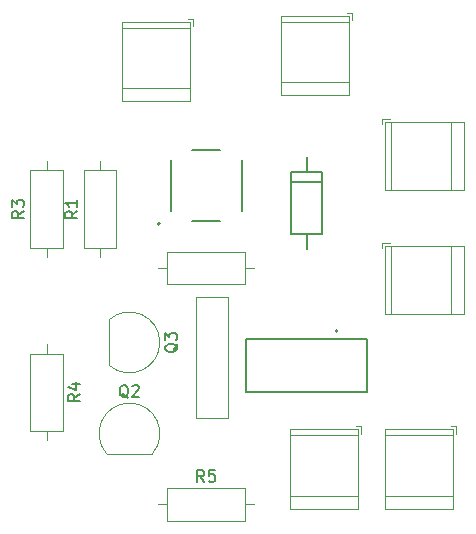
<source format=gbr>
%TF.GenerationSoftware,KiCad,Pcbnew,8.0.1*%
%TF.CreationDate,2024-07-20T13:09:04-07:00*%
%TF.ProjectId,Solenoid Control,536f6c65-6e6f-4696-9420-436f6e74726f,rev?*%
%TF.SameCoordinates,Original*%
%TF.FileFunction,Legend,Top*%
%TF.FilePolarity,Positive*%
%FSLAX46Y46*%
G04 Gerber Fmt 4.6, Leading zero omitted, Abs format (unit mm)*
G04 Created by KiCad (PCBNEW 8.0.1) date 2024-07-20 13:09:04*
%MOMM*%
%LPD*%
G01*
G04 APERTURE LIST*
%ADD10C,0.150000*%
%ADD11C,0.127000*%
%ADD12C,0.120000*%
%ADD13C,0.200000*%
G04 APERTURE END LIST*
D10*
X124084819Y-70666666D02*
X123608628Y-70999999D01*
X124084819Y-71238094D02*
X123084819Y-71238094D01*
X123084819Y-71238094D02*
X123084819Y-70857142D01*
X123084819Y-70857142D02*
X123132438Y-70761904D01*
X123132438Y-70761904D02*
X123180057Y-70714285D01*
X123180057Y-70714285D02*
X123275295Y-70666666D01*
X123275295Y-70666666D02*
X123418152Y-70666666D01*
X123418152Y-70666666D02*
X123513390Y-70714285D01*
X123513390Y-70714285D02*
X123561009Y-70761904D01*
X123561009Y-70761904D02*
X123608628Y-70857142D01*
X123608628Y-70857142D02*
X123608628Y-71238094D01*
X123084819Y-70333332D02*
X123084819Y-69714285D01*
X123084819Y-69714285D02*
X123465771Y-70047618D01*
X123465771Y-70047618D02*
X123465771Y-69904761D01*
X123465771Y-69904761D02*
X123513390Y-69809523D01*
X123513390Y-69809523D02*
X123561009Y-69761904D01*
X123561009Y-69761904D02*
X123656247Y-69714285D01*
X123656247Y-69714285D02*
X123894342Y-69714285D01*
X123894342Y-69714285D02*
X123989580Y-69761904D01*
X123989580Y-69761904D02*
X124037200Y-69809523D01*
X124037200Y-69809523D02*
X124084819Y-69904761D01*
X124084819Y-69904761D02*
X124084819Y-70190475D01*
X124084819Y-70190475D02*
X124037200Y-70285713D01*
X124037200Y-70285713D02*
X123989580Y-70333332D01*
X137110057Y-81885238D02*
X137062438Y-81980476D01*
X137062438Y-81980476D02*
X136967200Y-82075714D01*
X136967200Y-82075714D02*
X136824342Y-82218571D01*
X136824342Y-82218571D02*
X136776723Y-82313809D01*
X136776723Y-82313809D02*
X136776723Y-82409047D01*
X137014819Y-82361428D02*
X136967200Y-82456666D01*
X136967200Y-82456666D02*
X136871961Y-82551904D01*
X136871961Y-82551904D02*
X136681485Y-82599523D01*
X136681485Y-82599523D02*
X136348152Y-82599523D01*
X136348152Y-82599523D02*
X136157676Y-82551904D01*
X136157676Y-82551904D02*
X136062438Y-82456666D01*
X136062438Y-82456666D02*
X136014819Y-82361428D01*
X136014819Y-82361428D02*
X136014819Y-82170952D01*
X136014819Y-82170952D02*
X136062438Y-82075714D01*
X136062438Y-82075714D02*
X136157676Y-81980476D01*
X136157676Y-81980476D02*
X136348152Y-81932857D01*
X136348152Y-81932857D02*
X136681485Y-81932857D01*
X136681485Y-81932857D02*
X136871961Y-81980476D01*
X136871961Y-81980476D02*
X136967200Y-82075714D01*
X136967200Y-82075714D02*
X137014819Y-82170952D01*
X137014819Y-82170952D02*
X137014819Y-82361428D01*
X136014819Y-81599523D02*
X136014819Y-80980476D01*
X136014819Y-80980476D02*
X136395771Y-81313809D01*
X136395771Y-81313809D02*
X136395771Y-81170952D01*
X136395771Y-81170952D02*
X136443390Y-81075714D01*
X136443390Y-81075714D02*
X136491009Y-81028095D01*
X136491009Y-81028095D02*
X136586247Y-80980476D01*
X136586247Y-80980476D02*
X136824342Y-80980476D01*
X136824342Y-80980476D02*
X136919580Y-81028095D01*
X136919580Y-81028095D02*
X136967200Y-81075714D01*
X136967200Y-81075714D02*
X137014819Y-81170952D01*
X137014819Y-81170952D02*
X137014819Y-81456666D01*
X137014819Y-81456666D02*
X136967200Y-81551904D01*
X136967200Y-81551904D02*
X136919580Y-81599523D01*
X132914761Y-86490057D02*
X132819523Y-86442438D01*
X132819523Y-86442438D02*
X132724285Y-86347200D01*
X132724285Y-86347200D02*
X132581428Y-86204342D01*
X132581428Y-86204342D02*
X132486190Y-86156723D01*
X132486190Y-86156723D02*
X132390952Y-86156723D01*
X132438571Y-86394819D02*
X132343333Y-86347200D01*
X132343333Y-86347200D02*
X132248095Y-86251961D01*
X132248095Y-86251961D02*
X132200476Y-86061485D01*
X132200476Y-86061485D02*
X132200476Y-85728152D01*
X132200476Y-85728152D02*
X132248095Y-85537676D01*
X132248095Y-85537676D02*
X132343333Y-85442438D01*
X132343333Y-85442438D02*
X132438571Y-85394819D01*
X132438571Y-85394819D02*
X132629047Y-85394819D01*
X132629047Y-85394819D02*
X132724285Y-85442438D01*
X132724285Y-85442438D02*
X132819523Y-85537676D01*
X132819523Y-85537676D02*
X132867142Y-85728152D01*
X132867142Y-85728152D02*
X132867142Y-86061485D01*
X132867142Y-86061485D02*
X132819523Y-86251961D01*
X132819523Y-86251961D02*
X132724285Y-86347200D01*
X132724285Y-86347200D02*
X132629047Y-86394819D01*
X132629047Y-86394819D02*
X132438571Y-86394819D01*
X133248095Y-85490057D02*
X133295714Y-85442438D01*
X133295714Y-85442438D02*
X133390952Y-85394819D01*
X133390952Y-85394819D02*
X133629047Y-85394819D01*
X133629047Y-85394819D02*
X133724285Y-85442438D01*
X133724285Y-85442438D02*
X133771904Y-85490057D01*
X133771904Y-85490057D02*
X133819523Y-85585295D01*
X133819523Y-85585295D02*
X133819523Y-85680533D01*
X133819523Y-85680533D02*
X133771904Y-85823390D01*
X133771904Y-85823390D02*
X133200476Y-86394819D01*
X133200476Y-86394819D02*
X133819523Y-86394819D01*
X139333333Y-93584819D02*
X139000000Y-93108628D01*
X138761905Y-93584819D02*
X138761905Y-92584819D01*
X138761905Y-92584819D02*
X139142857Y-92584819D01*
X139142857Y-92584819D02*
X139238095Y-92632438D01*
X139238095Y-92632438D02*
X139285714Y-92680057D01*
X139285714Y-92680057D02*
X139333333Y-92775295D01*
X139333333Y-92775295D02*
X139333333Y-92918152D01*
X139333333Y-92918152D02*
X139285714Y-93013390D01*
X139285714Y-93013390D02*
X139238095Y-93061009D01*
X139238095Y-93061009D02*
X139142857Y-93108628D01*
X139142857Y-93108628D02*
X138761905Y-93108628D01*
X140238095Y-92584819D02*
X139761905Y-92584819D01*
X139761905Y-92584819D02*
X139714286Y-93061009D01*
X139714286Y-93061009D02*
X139761905Y-93013390D01*
X139761905Y-93013390D02*
X139857143Y-92965771D01*
X139857143Y-92965771D02*
X140095238Y-92965771D01*
X140095238Y-92965771D02*
X140190476Y-93013390D01*
X140190476Y-93013390D02*
X140238095Y-93061009D01*
X140238095Y-93061009D02*
X140285714Y-93156247D01*
X140285714Y-93156247D02*
X140285714Y-93394342D01*
X140285714Y-93394342D02*
X140238095Y-93489580D01*
X140238095Y-93489580D02*
X140190476Y-93537200D01*
X140190476Y-93537200D02*
X140095238Y-93584819D01*
X140095238Y-93584819D02*
X139857143Y-93584819D01*
X139857143Y-93584819D02*
X139761905Y-93537200D01*
X139761905Y-93537200D02*
X139714286Y-93489580D01*
X128824819Y-86166666D02*
X128348628Y-86499999D01*
X128824819Y-86738094D02*
X127824819Y-86738094D01*
X127824819Y-86738094D02*
X127824819Y-86357142D01*
X127824819Y-86357142D02*
X127872438Y-86261904D01*
X127872438Y-86261904D02*
X127920057Y-86214285D01*
X127920057Y-86214285D02*
X128015295Y-86166666D01*
X128015295Y-86166666D02*
X128158152Y-86166666D01*
X128158152Y-86166666D02*
X128253390Y-86214285D01*
X128253390Y-86214285D02*
X128301009Y-86261904D01*
X128301009Y-86261904D02*
X128348628Y-86357142D01*
X128348628Y-86357142D02*
X128348628Y-86738094D01*
X128158152Y-85309523D02*
X128824819Y-85309523D01*
X127777200Y-85547618D02*
X128491485Y-85785713D01*
X128491485Y-85785713D02*
X128491485Y-85166666D01*
X128584819Y-70666666D02*
X128108628Y-70999999D01*
X128584819Y-71238094D02*
X127584819Y-71238094D01*
X127584819Y-71238094D02*
X127584819Y-70857142D01*
X127584819Y-70857142D02*
X127632438Y-70761904D01*
X127632438Y-70761904D02*
X127680057Y-70714285D01*
X127680057Y-70714285D02*
X127775295Y-70666666D01*
X127775295Y-70666666D02*
X127918152Y-70666666D01*
X127918152Y-70666666D02*
X128013390Y-70714285D01*
X128013390Y-70714285D02*
X128061009Y-70761904D01*
X128061009Y-70761904D02*
X128108628Y-70857142D01*
X128108628Y-70857142D02*
X128108628Y-71238094D01*
X128584819Y-69714285D02*
X128584819Y-70285713D01*
X128584819Y-69999999D02*
X127584819Y-69999999D01*
X127584819Y-69999999D02*
X127727676Y-70095237D01*
X127727676Y-70095237D02*
X127822914Y-70190475D01*
X127822914Y-70190475D02*
X127870533Y-70285713D01*
D11*
%TO.C,D2*%
X146650000Y-67400000D02*
X146650000Y-68225000D01*
X146650000Y-68225000D02*
X146650000Y-72600000D01*
X146650000Y-68225000D02*
X149350000Y-68225000D01*
X146650000Y-72600000D02*
X148000000Y-72600000D01*
X148000000Y-67400000D02*
X146650000Y-67400000D01*
X148000000Y-67400000D02*
X148000000Y-66100000D01*
X148000000Y-72600000D02*
X148000000Y-73900000D01*
X148000000Y-72600000D02*
X149350000Y-72600000D01*
X149350000Y-67400000D02*
X148000000Y-67400000D01*
X149350000Y-68225000D02*
X149350000Y-67400000D01*
X149350000Y-72600000D02*
X149350000Y-68225000D01*
%TO.C,SW2*%
D12*
X138640000Y-88150000D02*
X141360000Y-88150000D01*
X141360000Y-77930000D01*
X138640000Y-77930000D01*
X138640000Y-88150000D01*
%TO.C,J3*%
X145840000Y-60870000D02*
X145840000Y-54130000D01*
X151620000Y-54130000D02*
X145840000Y-54130000D01*
X151620000Y-54650000D02*
X145840000Y-54650000D01*
X151620000Y-59750000D02*
X145840000Y-59750000D01*
X151620000Y-60870000D02*
X145840000Y-60870000D01*
X151620000Y-60870000D02*
X151620000Y-54130000D01*
X151860000Y-53890000D02*
X151460000Y-53890000D01*
X151860000Y-54530000D02*
X151860000Y-53890000D01*
%TO.C,R3*%
X124630000Y-67230000D02*
X124630000Y-73770000D01*
X124630000Y-73770000D02*
X127370000Y-73770000D01*
X126000000Y-66460000D02*
X126000000Y-67230000D01*
X126000000Y-74540000D02*
X126000000Y-73770000D01*
X127370000Y-67230000D02*
X124630000Y-67230000D01*
X127370000Y-73770000D02*
X127370000Y-67230000D01*
%TO.C,J6*%
X132340000Y-61370000D02*
X132340000Y-54630000D01*
X138120000Y-54630000D02*
X132340000Y-54630000D01*
X138120000Y-55150000D02*
X132340000Y-55150000D01*
X138120000Y-60250000D02*
X132340000Y-60250000D01*
X138120000Y-61370000D02*
X132340000Y-61370000D01*
X138120000Y-61370000D02*
X138120000Y-54630000D01*
X138360000Y-54390000D02*
X137960000Y-54390000D01*
X138360000Y-55030000D02*
X138360000Y-54390000D01*
%TO.C,Q3*%
X131300000Y-79850000D02*
X131300000Y-83700000D01*
X131300000Y-79850000D02*
G75*
G02*
X131309878Y-83738611I1700000J-1940000D01*
G01*
D11*
%TO.C,S1*%
X136500000Y-70676000D02*
X136500000Y-66324000D01*
X138324000Y-65500000D02*
X140676000Y-65500000D01*
X138324000Y-71500000D02*
X140676000Y-71500000D01*
X142500000Y-70676000D02*
X142500000Y-66324000D01*
D13*
X135596000Y-71750000D02*
G75*
G02*
X135396000Y-71750000I-100000J0D01*
G01*
X135396000Y-71750000D02*
G75*
G02*
X135596000Y-71750000I100000J0D01*
G01*
D12*
%TO.C,J1*%
X154390000Y-62870000D02*
X154390000Y-63270000D01*
X154630000Y-63110000D02*
X154630000Y-68890000D01*
X155030000Y-62870000D02*
X154390000Y-62870000D01*
X155150000Y-63110000D02*
X155150000Y-68890000D01*
X160250000Y-63110000D02*
X160250000Y-68890000D01*
X161370000Y-63110000D02*
X154630000Y-63110000D01*
X161370000Y-63110000D02*
X161370000Y-68890000D01*
X161370000Y-68890000D02*
X154630000Y-68890000D01*
%TO.C,R2*%
X135460000Y-75500000D02*
X136230000Y-75500000D01*
X136230000Y-74130000D02*
X136230000Y-76870000D01*
X136230000Y-76870000D02*
X142770000Y-76870000D01*
X142770000Y-74130000D02*
X136230000Y-74130000D01*
X142770000Y-76870000D02*
X142770000Y-74130000D01*
X143540000Y-75500000D02*
X142770000Y-75500000D01*
%TO.C,Q2*%
X131070000Y-91200000D02*
X134920000Y-91200000D01*
X131070000Y-91200000D02*
G75*
G02*
X134958611Y-91190122I1940000J1700000D01*
G01*
%TO.C,J4*%
X154610000Y-95870000D02*
X154610000Y-89130000D01*
X160390000Y-89130000D02*
X154610000Y-89130000D01*
X160390000Y-89650000D02*
X154610000Y-89650000D01*
X160390000Y-94750000D02*
X154610000Y-94750000D01*
X160390000Y-95870000D02*
X154610000Y-95870000D01*
X160390000Y-95870000D02*
X160390000Y-89130000D01*
X160630000Y-88890000D02*
X160230000Y-88890000D01*
X160630000Y-89530000D02*
X160630000Y-88890000D01*
%TO.C,R5*%
X135460000Y-95500000D02*
X136230000Y-95500000D01*
X136230000Y-94130000D02*
X136230000Y-96870000D01*
X136230000Y-96870000D02*
X142770000Y-96870000D01*
X142770000Y-94130000D02*
X136230000Y-94130000D01*
X142770000Y-96870000D02*
X142770000Y-94130000D01*
X143540000Y-95500000D02*
X142770000Y-95500000D01*
%TO.C,R4*%
X124630000Y-82730000D02*
X124630000Y-89270000D01*
X124630000Y-89270000D02*
X127370000Y-89270000D01*
X126000000Y-81960000D02*
X126000000Y-82730000D01*
X126000000Y-90040000D02*
X126000000Y-89270000D01*
X127370000Y-82730000D02*
X124630000Y-82730000D01*
X127370000Y-89270000D02*
X127370000Y-82730000D01*
%TO.C,J2*%
X154390000Y-73370000D02*
X154390000Y-73770000D01*
X154630000Y-73610000D02*
X154630000Y-79390000D01*
X155030000Y-73370000D02*
X154390000Y-73370000D01*
X155150000Y-73610000D02*
X155150000Y-79390000D01*
X160250000Y-73610000D02*
X160250000Y-79390000D01*
X161370000Y-73610000D02*
X154630000Y-73610000D01*
X161370000Y-73610000D02*
X161370000Y-79390000D01*
X161370000Y-79390000D02*
X154630000Y-79390000D01*
%TO.C,R1*%
X129130000Y-67230000D02*
X129130000Y-73770000D01*
X129130000Y-73770000D02*
X131870000Y-73770000D01*
X130500000Y-66460000D02*
X130500000Y-67230000D01*
X130500000Y-74540000D02*
X130500000Y-73770000D01*
X131870000Y-67230000D02*
X129130000Y-67230000D01*
X131870000Y-73770000D02*
X131870000Y-67230000D01*
D11*
%TO.C,Q1*%
X142880000Y-81502500D02*
X153120000Y-81502500D01*
X142880000Y-85947500D02*
X142880000Y-81502500D01*
X153120000Y-81502500D02*
X153120000Y-85947500D01*
X153120000Y-85947500D02*
X142880000Y-85947500D01*
D13*
X150640000Y-80840000D02*
G75*
G02*
X150440000Y-80840000I-100000J0D01*
G01*
X150440000Y-80840000D02*
G75*
G02*
X150640000Y-80840000I100000J0D01*
G01*
D12*
%TO.C,J5*%
X146610000Y-95870000D02*
X146610000Y-89130000D01*
X152390000Y-89130000D02*
X146610000Y-89130000D01*
X152390000Y-89650000D02*
X146610000Y-89650000D01*
X152390000Y-94750000D02*
X146610000Y-94750000D01*
X152390000Y-95870000D02*
X146610000Y-95870000D01*
X152390000Y-95870000D02*
X152390000Y-89130000D01*
X152630000Y-88890000D02*
X152230000Y-88890000D01*
X152630000Y-89530000D02*
X152630000Y-88890000D01*
%TD*%
M02*

</source>
